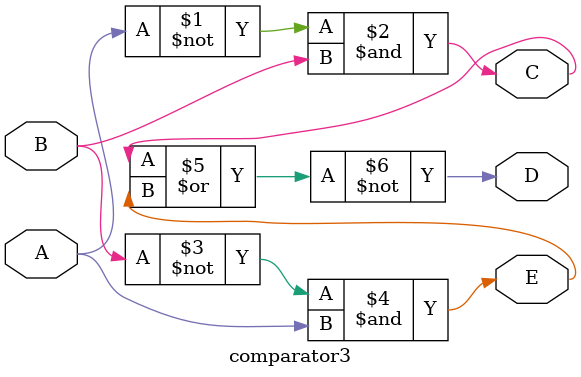
<source format=v>
module comparator3 (A,B,C,D,E);
    input A,B;
    output C,D,E;

    assign C = (~A) & B; // A<B
    assign E = (~B) & A; // A>B
    assign D = ~(C | E); // A=B
    
endmodule
</source>
